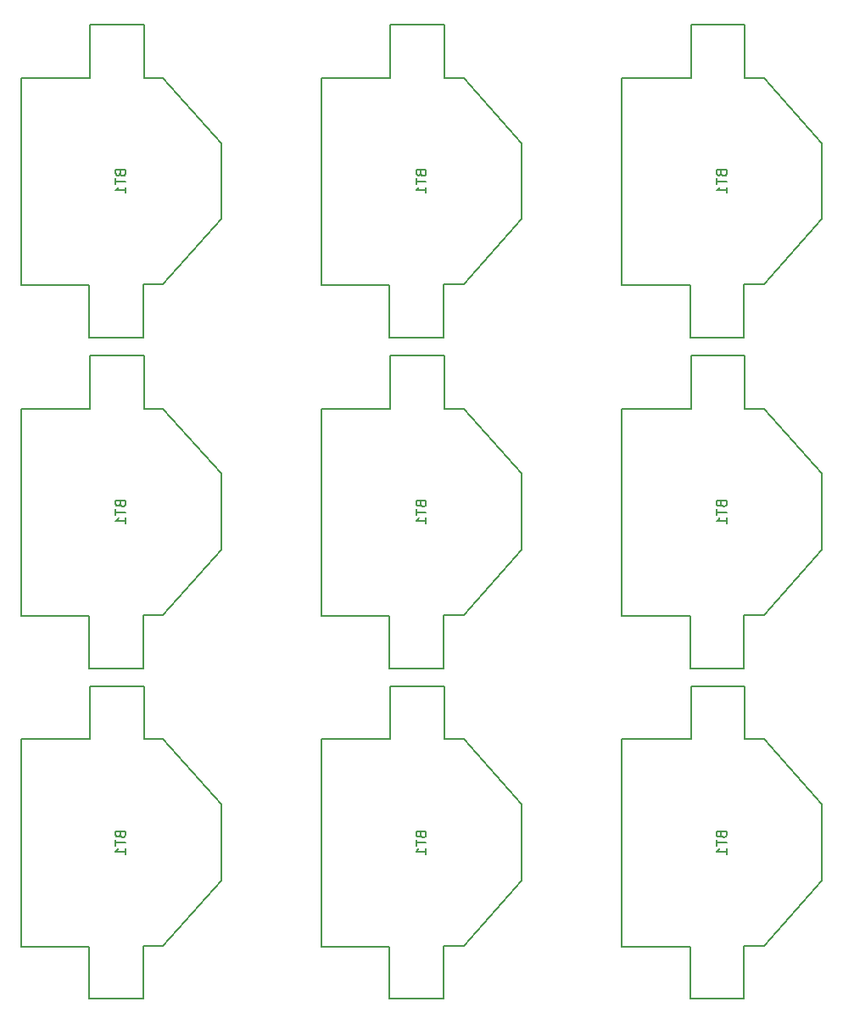
<source format=gbo>
G04 #@! TF.GenerationSoftware,KiCad,Pcbnew,5.1.0*
G04 #@! TF.CreationDate,2019-04-07T17:06:29+09:00*
G04 #@! TF.ProjectId,noname,6e6f6e61-6d65-42e6-9b69-6361645f7063,rev?*
G04 #@! TF.SameCoordinates,Original*
G04 #@! TF.FileFunction,Legend,Bot*
G04 #@! TF.FilePolarity,Positive*
%FSLAX46Y46*%
G04 Gerber Fmt 4.6, Leading zero omitted, Abs format (unit mm)*
G04 Created by KiCad (PCBNEW 5.1.0) date 2019-04-07 17:06:29*
%MOMM*%
%LPD*%
G04 APERTURE LIST*
%ADD10C,0.150000*%
G04 APERTURE END LIST*
D10*
X166600000Y-116700000D02*
X166600000Y-137400000D01*
X173400000Y-137400000D02*
X166600000Y-137400000D01*
X173400000Y-142600000D02*
X173400000Y-137400000D01*
X178800000Y-142600000D02*
X173400000Y-142600000D01*
X178800000Y-137300000D02*
X178800000Y-142600000D01*
X173500000Y-116700000D02*
X166600000Y-116700000D01*
X173500000Y-111400000D02*
X173500000Y-116700000D01*
X178900000Y-111400000D02*
X173500000Y-111400000D01*
X178900000Y-116700000D02*
X178900000Y-111400000D01*
X186600000Y-130800000D02*
X186600000Y-123200000D01*
X180800000Y-116700000D02*
X186600000Y-123200000D01*
X180800000Y-137300000D02*
X186600000Y-130800000D01*
X178900000Y-116700000D02*
X180800000Y-116700000D01*
X178800000Y-137300000D02*
X180800000Y-137300000D01*
X136600000Y-116700000D02*
X136600000Y-137400000D01*
X143400000Y-137400000D02*
X136600000Y-137400000D01*
X143400000Y-142600000D02*
X143400000Y-137400000D01*
X148800000Y-142600000D02*
X143400000Y-142600000D01*
X148800000Y-137300000D02*
X148800000Y-142600000D01*
X143500000Y-116700000D02*
X136600000Y-116700000D01*
X143500000Y-111400000D02*
X143500000Y-116700000D01*
X148900000Y-111400000D02*
X143500000Y-111400000D01*
X148900000Y-116700000D02*
X148900000Y-111400000D01*
X156600000Y-130800000D02*
X156600000Y-123200000D01*
X150800000Y-116700000D02*
X156600000Y-123200000D01*
X150800000Y-137300000D02*
X156600000Y-130800000D01*
X148900000Y-116700000D02*
X150800000Y-116700000D01*
X148800000Y-137300000D02*
X150800000Y-137300000D01*
X106600000Y-116700000D02*
X106600000Y-137400000D01*
X113400000Y-137400000D02*
X106600000Y-137400000D01*
X113400000Y-142600000D02*
X113400000Y-137400000D01*
X118800000Y-142600000D02*
X113400000Y-142600000D01*
X118800000Y-137300000D02*
X118800000Y-142600000D01*
X113500000Y-116700000D02*
X106600000Y-116700000D01*
X113500000Y-111400000D02*
X113500000Y-116700000D01*
X118900000Y-111400000D02*
X113500000Y-111400000D01*
X118900000Y-116700000D02*
X118900000Y-111400000D01*
X126600000Y-130800000D02*
X126600000Y-123200000D01*
X120800000Y-116700000D02*
X126600000Y-123200000D01*
X120800000Y-137300000D02*
X126600000Y-130800000D01*
X118900000Y-116700000D02*
X120800000Y-116700000D01*
X118800000Y-137300000D02*
X120800000Y-137300000D01*
X166600000Y-83700000D02*
X166600000Y-104400000D01*
X173400000Y-104400000D02*
X166600000Y-104400000D01*
X173400000Y-109600000D02*
X173400000Y-104400000D01*
X178800000Y-109600000D02*
X173400000Y-109600000D01*
X178800000Y-104300000D02*
X178800000Y-109600000D01*
X173500000Y-83700000D02*
X166600000Y-83700000D01*
X173500000Y-78400000D02*
X173500000Y-83700000D01*
X178900000Y-78400000D02*
X173500000Y-78400000D01*
X178900000Y-83700000D02*
X178900000Y-78400000D01*
X186600000Y-97800000D02*
X186600000Y-90200000D01*
X180800000Y-83700000D02*
X186600000Y-90200000D01*
X180800000Y-104300000D02*
X186600000Y-97800000D01*
X178900000Y-83700000D02*
X180800000Y-83700000D01*
X178800000Y-104300000D02*
X180800000Y-104300000D01*
X136600000Y-83700000D02*
X136600000Y-104400000D01*
X143400000Y-104400000D02*
X136600000Y-104400000D01*
X143400000Y-109600000D02*
X143400000Y-104400000D01*
X148800000Y-109600000D02*
X143400000Y-109600000D01*
X148800000Y-104300000D02*
X148800000Y-109600000D01*
X143500000Y-83700000D02*
X136600000Y-83700000D01*
X143500000Y-78400000D02*
X143500000Y-83700000D01*
X148900000Y-78400000D02*
X143500000Y-78400000D01*
X148900000Y-83700000D02*
X148900000Y-78400000D01*
X156600000Y-97800000D02*
X156600000Y-90200000D01*
X150800000Y-83700000D02*
X156600000Y-90200000D01*
X150800000Y-104300000D02*
X156600000Y-97800000D01*
X148900000Y-83700000D02*
X150800000Y-83700000D01*
X148800000Y-104300000D02*
X150800000Y-104300000D01*
X106600000Y-83700000D02*
X106600000Y-104400000D01*
X113400000Y-104400000D02*
X106600000Y-104400000D01*
X113400000Y-109600000D02*
X113400000Y-104400000D01*
X118800000Y-109600000D02*
X113400000Y-109600000D01*
X118800000Y-104300000D02*
X118800000Y-109600000D01*
X113500000Y-83700000D02*
X106600000Y-83700000D01*
X113500000Y-78400000D02*
X113500000Y-83700000D01*
X118900000Y-78400000D02*
X113500000Y-78400000D01*
X118900000Y-83700000D02*
X118900000Y-78400000D01*
X126600000Y-97800000D02*
X126600000Y-90200000D01*
X120800000Y-83700000D02*
X126600000Y-90200000D01*
X120800000Y-104300000D02*
X126600000Y-97800000D01*
X118900000Y-83700000D02*
X120800000Y-83700000D01*
X118800000Y-104300000D02*
X120800000Y-104300000D01*
X166600000Y-50700000D02*
X166600000Y-71400000D01*
X173400000Y-71400000D02*
X166600000Y-71400000D01*
X173400000Y-76600000D02*
X173400000Y-71400000D01*
X178800000Y-76600000D02*
X173400000Y-76600000D01*
X178800000Y-71300000D02*
X178800000Y-76600000D01*
X173500000Y-50700000D02*
X166600000Y-50700000D01*
X173500000Y-45400000D02*
X173500000Y-50700000D01*
X178900000Y-45400000D02*
X173500000Y-45400000D01*
X178900000Y-50700000D02*
X178900000Y-45400000D01*
X186600000Y-64800000D02*
X186600000Y-57200000D01*
X180800000Y-50700000D02*
X186600000Y-57200000D01*
X180800000Y-71300000D02*
X186600000Y-64800000D01*
X178900000Y-50700000D02*
X180800000Y-50700000D01*
X178800000Y-71300000D02*
X180800000Y-71300000D01*
X136600000Y-50700000D02*
X136600000Y-71400000D01*
X143400000Y-71400000D02*
X136600000Y-71400000D01*
X143400000Y-76600000D02*
X143400000Y-71400000D01*
X148800000Y-76600000D02*
X143400000Y-76600000D01*
X148800000Y-71300000D02*
X148800000Y-76600000D01*
X143500000Y-50700000D02*
X136600000Y-50700000D01*
X143500000Y-45400000D02*
X143500000Y-50700000D01*
X148900000Y-45400000D02*
X143500000Y-45400000D01*
X148900000Y-50700000D02*
X148900000Y-45400000D01*
X156600000Y-64800000D02*
X156600000Y-57200000D01*
X150800000Y-50700000D02*
X156600000Y-57200000D01*
X150800000Y-71300000D02*
X156600000Y-64800000D01*
X148900000Y-50700000D02*
X150800000Y-50700000D01*
X148800000Y-71300000D02*
X150800000Y-71300000D01*
X118800000Y-71300000D02*
X120800000Y-71300000D01*
X118900000Y-50700000D02*
X120800000Y-50700000D01*
X120800000Y-71300000D02*
X126600000Y-64800000D01*
X120800000Y-50700000D02*
X126600000Y-57200000D01*
X126600000Y-64800000D02*
X126600000Y-57200000D01*
X118900000Y-50700000D02*
X118900000Y-45400000D01*
X118900000Y-45400000D02*
X113500000Y-45400000D01*
X113500000Y-45400000D02*
X113500000Y-50700000D01*
X113500000Y-50700000D02*
X106600000Y-50700000D01*
X118800000Y-71300000D02*
X118800000Y-76600000D01*
X118800000Y-76600000D02*
X113400000Y-76600000D01*
X113400000Y-76600000D02*
X113400000Y-71400000D01*
X113400000Y-71400000D02*
X106600000Y-71400000D01*
X106600000Y-50700000D02*
X106600000Y-71400000D01*
X176528571Y-126214285D02*
X176576190Y-126357142D01*
X176623809Y-126404761D01*
X176719047Y-126452380D01*
X176861904Y-126452380D01*
X176957142Y-126404761D01*
X177004761Y-126357142D01*
X177052380Y-126261904D01*
X177052380Y-125880952D01*
X176052380Y-125880952D01*
X176052380Y-126214285D01*
X176100000Y-126309523D01*
X176147619Y-126357142D01*
X176242857Y-126404761D01*
X176338095Y-126404761D01*
X176433333Y-126357142D01*
X176480952Y-126309523D01*
X176528571Y-126214285D01*
X176528571Y-125880952D01*
X176052380Y-126738095D02*
X176052380Y-127309523D01*
X177052380Y-127023809D02*
X176052380Y-127023809D01*
X177052380Y-128166666D02*
X177052380Y-127595238D01*
X177052380Y-127880952D02*
X176052380Y-127880952D01*
X176195238Y-127785714D01*
X176290476Y-127690476D01*
X176338095Y-127595238D01*
X146528571Y-126214285D02*
X146576190Y-126357142D01*
X146623809Y-126404761D01*
X146719047Y-126452380D01*
X146861904Y-126452380D01*
X146957142Y-126404761D01*
X147004761Y-126357142D01*
X147052380Y-126261904D01*
X147052380Y-125880952D01*
X146052380Y-125880952D01*
X146052380Y-126214285D01*
X146100000Y-126309523D01*
X146147619Y-126357142D01*
X146242857Y-126404761D01*
X146338095Y-126404761D01*
X146433333Y-126357142D01*
X146480952Y-126309523D01*
X146528571Y-126214285D01*
X146528571Y-125880952D01*
X146052380Y-126738095D02*
X146052380Y-127309523D01*
X147052380Y-127023809D02*
X146052380Y-127023809D01*
X147052380Y-128166666D02*
X147052380Y-127595238D01*
X147052380Y-127880952D02*
X146052380Y-127880952D01*
X146195238Y-127785714D01*
X146290476Y-127690476D01*
X146338095Y-127595238D01*
X116528571Y-126214285D02*
X116576190Y-126357142D01*
X116623809Y-126404761D01*
X116719047Y-126452380D01*
X116861904Y-126452380D01*
X116957142Y-126404761D01*
X117004761Y-126357142D01*
X117052380Y-126261904D01*
X117052380Y-125880952D01*
X116052380Y-125880952D01*
X116052380Y-126214285D01*
X116100000Y-126309523D01*
X116147619Y-126357142D01*
X116242857Y-126404761D01*
X116338095Y-126404761D01*
X116433333Y-126357142D01*
X116480952Y-126309523D01*
X116528571Y-126214285D01*
X116528571Y-125880952D01*
X116052380Y-126738095D02*
X116052380Y-127309523D01*
X117052380Y-127023809D02*
X116052380Y-127023809D01*
X117052380Y-128166666D02*
X117052380Y-127595238D01*
X117052380Y-127880952D02*
X116052380Y-127880952D01*
X116195238Y-127785714D01*
X116290476Y-127690476D01*
X116338095Y-127595238D01*
X176528571Y-93214285D02*
X176576190Y-93357142D01*
X176623809Y-93404761D01*
X176719047Y-93452380D01*
X176861904Y-93452380D01*
X176957142Y-93404761D01*
X177004761Y-93357142D01*
X177052380Y-93261904D01*
X177052380Y-92880952D01*
X176052380Y-92880952D01*
X176052380Y-93214285D01*
X176100000Y-93309523D01*
X176147619Y-93357142D01*
X176242857Y-93404761D01*
X176338095Y-93404761D01*
X176433333Y-93357142D01*
X176480952Y-93309523D01*
X176528571Y-93214285D01*
X176528571Y-92880952D01*
X176052380Y-93738095D02*
X176052380Y-94309523D01*
X177052380Y-94023809D02*
X176052380Y-94023809D01*
X177052380Y-95166666D02*
X177052380Y-94595238D01*
X177052380Y-94880952D02*
X176052380Y-94880952D01*
X176195238Y-94785714D01*
X176290476Y-94690476D01*
X176338095Y-94595238D01*
X146528571Y-93214285D02*
X146576190Y-93357142D01*
X146623809Y-93404761D01*
X146719047Y-93452380D01*
X146861904Y-93452380D01*
X146957142Y-93404761D01*
X147004761Y-93357142D01*
X147052380Y-93261904D01*
X147052380Y-92880952D01*
X146052380Y-92880952D01*
X146052380Y-93214285D01*
X146100000Y-93309523D01*
X146147619Y-93357142D01*
X146242857Y-93404761D01*
X146338095Y-93404761D01*
X146433333Y-93357142D01*
X146480952Y-93309523D01*
X146528571Y-93214285D01*
X146528571Y-92880952D01*
X146052380Y-93738095D02*
X146052380Y-94309523D01*
X147052380Y-94023809D02*
X146052380Y-94023809D01*
X147052380Y-95166666D02*
X147052380Y-94595238D01*
X147052380Y-94880952D02*
X146052380Y-94880952D01*
X146195238Y-94785714D01*
X146290476Y-94690476D01*
X146338095Y-94595238D01*
X116528571Y-93214285D02*
X116576190Y-93357142D01*
X116623809Y-93404761D01*
X116719047Y-93452380D01*
X116861904Y-93452380D01*
X116957142Y-93404761D01*
X117004761Y-93357142D01*
X117052380Y-93261904D01*
X117052380Y-92880952D01*
X116052380Y-92880952D01*
X116052380Y-93214285D01*
X116100000Y-93309523D01*
X116147619Y-93357142D01*
X116242857Y-93404761D01*
X116338095Y-93404761D01*
X116433333Y-93357142D01*
X116480952Y-93309523D01*
X116528571Y-93214285D01*
X116528571Y-92880952D01*
X116052380Y-93738095D02*
X116052380Y-94309523D01*
X117052380Y-94023809D02*
X116052380Y-94023809D01*
X117052380Y-95166666D02*
X117052380Y-94595238D01*
X117052380Y-94880952D02*
X116052380Y-94880952D01*
X116195238Y-94785714D01*
X116290476Y-94690476D01*
X116338095Y-94595238D01*
X176528571Y-60214285D02*
X176576190Y-60357142D01*
X176623809Y-60404761D01*
X176719047Y-60452380D01*
X176861904Y-60452380D01*
X176957142Y-60404761D01*
X177004761Y-60357142D01*
X177052380Y-60261904D01*
X177052380Y-59880952D01*
X176052380Y-59880952D01*
X176052380Y-60214285D01*
X176100000Y-60309523D01*
X176147619Y-60357142D01*
X176242857Y-60404761D01*
X176338095Y-60404761D01*
X176433333Y-60357142D01*
X176480952Y-60309523D01*
X176528571Y-60214285D01*
X176528571Y-59880952D01*
X176052380Y-60738095D02*
X176052380Y-61309523D01*
X177052380Y-61023809D02*
X176052380Y-61023809D01*
X177052380Y-62166666D02*
X177052380Y-61595238D01*
X177052380Y-61880952D02*
X176052380Y-61880952D01*
X176195238Y-61785714D01*
X176290476Y-61690476D01*
X176338095Y-61595238D01*
X146528571Y-60214285D02*
X146576190Y-60357142D01*
X146623809Y-60404761D01*
X146719047Y-60452380D01*
X146861904Y-60452380D01*
X146957142Y-60404761D01*
X147004761Y-60357142D01*
X147052380Y-60261904D01*
X147052380Y-59880952D01*
X146052380Y-59880952D01*
X146052380Y-60214285D01*
X146100000Y-60309523D01*
X146147619Y-60357142D01*
X146242857Y-60404761D01*
X146338095Y-60404761D01*
X146433333Y-60357142D01*
X146480952Y-60309523D01*
X146528571Y-60214285D01*
X146528571Y-59880952D01*
X146052380Y-60738095D02*
X146052380Y-61309523D01*
X147052380Y-61023809D02*
X146052380Y-61023809D01*
X147052380Y-62166666D02*
X147052380Y-61595238D01*
X147052380Y-61880952D02*
X146052380Y-61880952D01*
X146195238Y-61785714D01*
X146290476Y-61690476D01*
X146338095Y-61595238D01*
X116528571Y-60214285D02*
X116576190Y-60357142D01*
X116623809Y-60404761D01*
X116719047Y-60452380D01*
X116861904Y-60452380D01*
X116957142Y-60404761D01*
X117004761Y-60357142D01*
X117052380Y-60261904D01*
X117052380Y-59880952D01*
X116052380Y-59880952D01*
X116052380Y-60214285D01*
X116100000Y-60309523D01*
X116147619Y-60357142D01*
X116242857Y-60404761D01*
X116338095Y-60404761D01*
X116433333Y-60357142D01*
X116480952Y-60309523D01*
X116528571Y-60214285D01*
X116528571Y-59880952D01*
X116052380Y-60738095D02*
X116052380Y-61309523D01*
X117052380Y-61023809D02*
X116052380Y-61023809D01*
X117052380Y-62166666D02*
X117052380Y-61595238D01*
X117052380Y-61880952D02*
X116052380Y-61880952D01*
X116195238Y-61785714D01*
X116290476Y-61690476D01*
X116338095Y-61595238D01*
M02*

</source>
